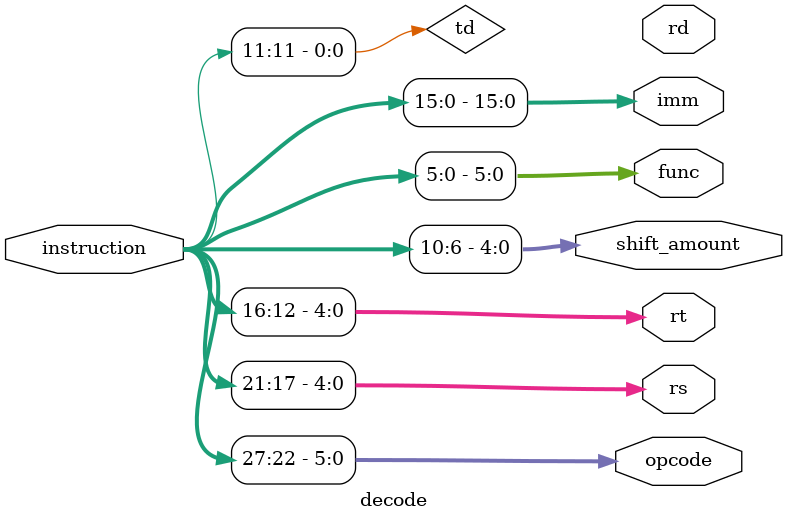
<source format=sv>
module decode(
  input [31:0] instruction,
  output wire [5:0] opcode,
  output wire [4:0] rs,
  output wire [4:0] rt,
  output wire [4:0] rd,
  output wire [4:0] shift_amount,
  output wire [5:0] func,
  output wire [15:0] imm
  );

assign {opcode, rs, rt, td, shift_amount, func} = instruction;
assign imm = instruction[15:0];

endmodule

</source>
